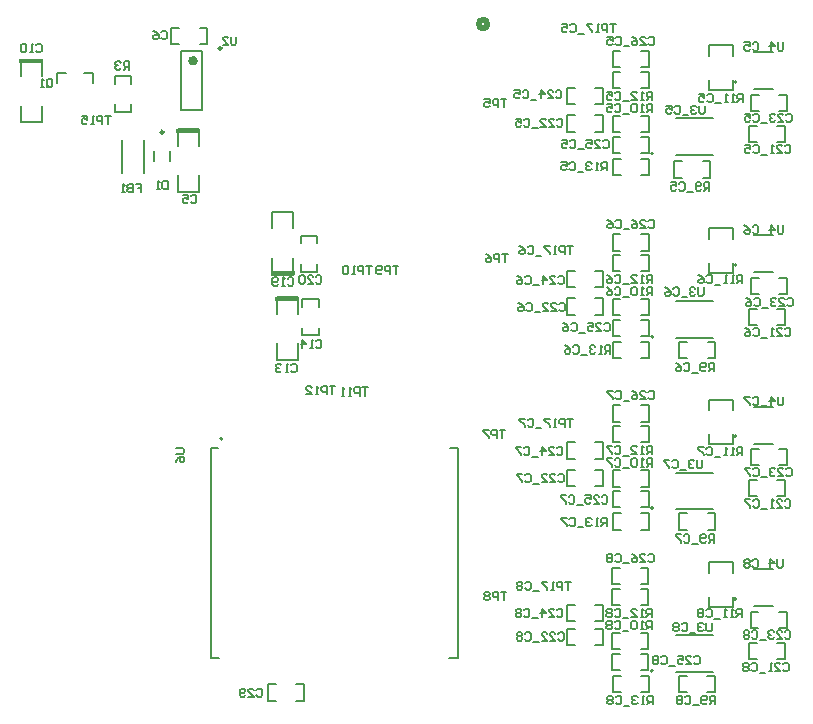
<source format=gbo>
G04*
G04 #@! TF.GenerationSoftware,Altium Limited,Altium Designer,24.8.2 (39)*
G04*
G04 Layer_Color=32896*
%FSLAX44Y44*%
%MOMM*%
G71*
G04*
G04 #@! TF.SameCoordinates,DE467F84-66AF-4C6A-BC95-973404F0CDF1*
G04*
G04*
G04 #@! TF.FilePolarity,Positive*
G04*
G01*
G75*
%ADD11C,0.5080*%
%ADD13C,0.1270*%
%ADD14C,0.2000*%
%ADD16C,0.2500*%
%ADD18C,0.1778*%
%ADD19C,0.1700*%
%ADD20R,2.0000X0.3000*%
%ADD95C,0.4000*%
D11*
X453410Y590050D02*
G03*
X453410Y590050I-3810J0D01*
G01*
D13*
X679040Y97139D02*
X695040D01*
X679040Y128439D02*
X695040D01*
X428775Y53100D02*
Y230900D01*
X219225Y53100D02*
Y230900D01*
Y53100D02*
X225900D01*
X226000Y53000D01*
X219225Y230900D02*
X224900D01*
X225000Y231000D01*
X422100Y230900D02*
X428775D01*
X422000Y231000D02*
X422100Y230900D01*
X421100Y53100D02*
X428775D01*
X421000Y53000D02*
X421100Y53100D01*
X613128Y72588D02*
X644128D01*
X613128Y41588D02*
X644128D01*
X613349Y210333D02*
X644349D01*
X613349Y179333D02*
X644349D01*
X613349Y355333D02*
X644349D01*
X613349Y324333D02*
X644349D01*
X613349Y510333D02*
X644349D01*
X613349Y479333D02*
X644349D01*
X679261Y379883D02*
X695262D01*
X679261Y411183D02*
X695262D01*
X679261Y566183D02*
X695262D01*
X679261Y534883D02*
X695262D01*
X679261Y234883D02*
X695262D01*
X679261Y266183D02*
X695262D01*
D14*
X664040Y103288D02*
G03*
X664040Y103288I-1000J0D01*
G01*
X229000Y239000D02*
G03*
X229000Y239000I-1000J0D01*
G01*
X593428Y42538D02*
G03*
X593428Y42538I-1000J0D01*
G01*
X593649Y180283D02*
G03*
X593649Y180283I-1000J0D01*
G01*
Y325283D02*
G03*
X593649Y325283I-1000J0D01*
G01*
Y480283D02*
G03*
X593649Y480283I-1000J0D01*
G01*
X664261Y386033D02*
G03*
X664261Y386033I-1000J0D01*
G01*
Y541033D02*
G03*
X664261Y541033I-1000J0D01*
G01*
Y241033D02*
G03*
X664261Y241033I-1000J0D01*
G01*
X275000Y358900D02*
X293000D01*
X275000Y344900D02*
Y358900D01*
X293000Y344900D02*
Y358900D01*
Y305900D02*
Y319900D01*
X275000Y305900D02*
Y319900D01*
Y305900D02*
X293000D01*
X271000Y431000D02*
X289000D01*
Y417000D02*
Y431000D01*
X271000Y417000D02*
Y431000D01*
Y378000D02*
Y392000D01*
X289000Y378000D02*
Y392000D01*
X271000Y378000D02*
X289000D01*
X194000Y517000D02*
X212000D01*
X194000Y567000D02*
X212000D01*
X194000Y517000D02*
Y567000D01*
X212000Y517000D02*
Y567000D01*
X89000Y540250D02*
Y549000D01*
X111750D02*
X119000D01*
X89000D02*
X96250D01*
X119000Y540250D02*
Y549000D01*
X162291Y463709D02*
Y492291D01*
X143709Y463709D02*
Y492291D01*
X184750Y473750D02*
Y482250D01*
X171250Y473750D02*
Y482250D01*
X191000Y501000D02*
X209000D01*
X191000Y487000D02*
Y501000D01*
X209000Y487000D02*
Y501000D01*
Y448000D02*
Y462000D01*
X191000Y448000D02*
Y462000D01*
Y448000D02*
X209000D01*
X58000Y560000D02*
X76000D01*
X58000Y546000D02*
Y560000D01*
X76000Y546000D02*
Y560000D01*
Y507000D02*
Y521000D01*
X58000Y507000D02*
Y521000D01*
Y507000D02*
X76000D01*
D16*
X228250Y569550D02*
G03*
X228250Y569550I-1250J0D01*
G01*
X179000Y498500D02*
G03*
X179000Y498500I-1250J0D01*
G01*
D18*
X583136Y480825D02*
X589735D01*
Y494659D01*
X583136D02*
X589735D01*
X559264D02*
X565864D01*
X559264Y480825D02*
Y494659D01*
Y480825D02*
X565864D01*
X544636Y367074D02*
X551236D01*
Y380909D01*
X544636D02*
X551236D01*
X520765D02*
X527364D01*
X520765Y367074D02*
Y380909D01*
Y367074D02*
X527364D01*
X559264Y412176D02*
X565864D01*
X559264Y398341D02*
Y412176D01*
Y398341D02*
X565864D01*
X583136D02*
X589735D01*
Y412176D01*
X583136D02*
X589735D01*
X291636Y17074D02*
X298235D01*
Y30909D01*
X291636D02*
X298235D01*
X267764D02*
X274364D01*
X267764Y17074D02*
Y30909D01*
Y17074D02*
X274364D01*
X698415Y66181D02*
X705014D01*
Y52347D02*
Y66181D01*
X698415Y52347D02*
X705014D01*
X674543D02*
X681143D01*
X674543D02*
Y66181D01*
X681143D01*
X520697Y64314D02*
X527296D01*
X520697D02*
Y78148D01*
X527296D01*
X544568D02*
X551168D01*
Y64314D02*
Y78148D01*
X544568Y64314D02*
X551168D01*
X676043Y78580D02*
X682643D01*
X676043D02*
Y92414D01*
X682643D01*
X699915D02*
X706514D01*
Y78580D02*
Y92414D01*
X699915Y78580D02*
X706514D01*
X520543Y84330D02*
X527143D01*
X520543D02*
Y98164D01*
X527143D01*
X544415D02*
X551014D01*
Y84330D02*
Y98164D01*
X544415Y84330D02*
X551014D01*
X559043Y43080D02*
X565643D01*
X559043D02*
Y56914D01*
X565643D01*
X582915D02*
X589514D01*
Y43080D02*
Y56914D01*
X582915Y43080D02*
X589514D01*
X582915Y129431D02*
X589514D01*
Y115597D02*
Y129431D01*
X582915Y115597D02*
X589514D01*
X559043D02*
X565643D01*
X559043D02*
Y129431D01*
X565643D01*
X615543Y24330D02*
X622142D01*
X615543D02*
Y38164D01*
X622142D01*
X639414D02*
X646014D01*
Y24330D02*
Y38164D01*
X639414Y24330D02*
X646014D01*
X559043Y60580D02*
X565643D01*
X559043D02*
Y74414D01*
X565643D01*
X582915D02*
X589514D01*
Y60580D02*
Y74414D01*
X582915Y60580D02*
X589514D01*
X661277Y96709D02*
Y105345D01*
X651117Y96709D02*
X661277D01*
X640957D02*
X651117D01*
X640957D02*
Y105345D01*
Y125666D02*
Y134302D01*
X651117D01*
X661277D01*
Y125666D02*
Y134302D01*
X583415Y38181D02*
X590014D01*
Y24347D02*
Y38181D01*
X583415Y24347D02*
X590014D01*
X559543D02*
X566143D01*
X559543D02*
Y38181D01*
X566143D01*
X559043Y98080D02*
X565643D01*
X559043D02*
Y111914D01*
X565643D01*
X582915D02*
X589514D01*
Y98080D02*
Y111914D01*
X582915Y98080D02*
X589514D01*
X559264Y267176D02*
X565864D01*
X559264Y253341D02*
Y267176D01*
Y253341D02*
X565864D01*
X583136D02*
X589735D01*
Y267176D01*
X583136D02*
X589735D01*
X611614Y460074D02*
X618213D01*
X611614D02*
Y473909D01*
X618213D01*
X635485D02*
X642085D01*
Y460074D02*
Y473909D01*
X635485Y460074D02*
X642085D01*
X544636Y222074D02*
X551236D01*
Y235909D01*
X544636D02*
X551236D01*
X520765D02*
X527364D01*
X520765Y222074D02*
Y235909D01*
Y222074D02*
X527364D01*
X544636Y199074D02*
X551236D01*
Y212909D01*
X544636D02*
X551236D01*
X520765D02*
X527364D01*
X520765Y199074D02*
Y212909D01*
Y199074D02*
X527364D01*
X520765Y522074D02*
X527364D01*
X520765D02*
Y535909D01*
X527364D01*
X544636D02*
X551236D01*
Y522074D02*
Y535909D01*
X544636Y522074D02*
X551236D01*
X520765Y499074D02*
X527364D01*
X520765D02*
Y512909D01*
X527364D01*
X544636D02*
X551236D01*
Y499074D02*
Y512909D01*
X544636Y499074D02*
X551236D01*
X674764Y203926D02*
X681364D01*
X674764Y190091D02*
Y203926D01*
Y190091D02*
X681364D01*
X698636D02*
X705236D01*
Y203926D01*
X698636D02*
X705236D01*
X700136Y216325D02*
X706736D01*
Y230159D01*
X700136D02*
X706736D01*
X676264D02*
X682864D01*
X676264Y216325D02*
Y230159D01*
Y216325D02*
X682864D01*
X583136Y567176D02*
X589735D01*
Y553341D02*
Y567176D01*
X583136Y553341D02*
X589735D01*
X559264D02*
X565864D01*
X559264D02*
Y567176D01*
X565864D01*
X676264Y516325D02*
X682864D01*
X676264D02*
Y530159D01*
X682864D01*
X700136D02*
X706736D01*
Y516325D02*
Y530159D01*
X700136Y516325D02*
X706736D01*
X698636Y503926D02*
X705236D01*
Y490091D02*
Y503926D01*
X698636Y490091D02*
X705236D01*
X674764D02*
X681364D01*
X674764D02*
Y503926D01*
X681364D01*
X583136Y180825D02*
X589735D01*
Y194659D01*
X583136D02*
X589735D01*
X559264D02*
X565864D01*
X559264Y180825D02*
Y194659D01*
Y180825D02*
X565864D01*
X661498Y263410D02*
Y272046D01*
X651338D02*
X661498D01*
X641178D02*
X651338D01*
X641178Y263410D02*
Y272046D01*
Y234454D02*
Y243090D01*
Y234454D02*
X651338D01*
X661498D01*
Y243090D01*
X639636Y162075D02*
X646236D01*
Y175909D01*
X639636D02*
X646236D01*
X615765D02*
X622364D01*
X615765Y162075D02*
Y175909D01*
Y162075D02*
X622364D01*
X559264Y535825D02*
X565864D01*
X559264D02*
Y549659D01*
X565864D01*
X583136D02*
X589735D01*
Y535825D02*
Y549659D01*
X583136Y535825D02*
X589735D01*
X661498Y534454D02*
Y543090D01*
X651338Y534454D02*
X661498D01*
X641178D02*
X651338D01*
X641178D02*
Y543090D01*
Y563410D02*
Y572046D01*
X651338D01*
X661498D01*
Y563410D02*
Y572046D01*
X583136Y235825D02*
X589735D01*
Y249659D01*
X583136D02*
X589735D01*
X559264D02*
X565864D01*
X559264Y235825D02*
Y249659D01*
Y235825D02*
X565864D01*
X559765Y175926D02*
X566364D01*
X559765Y162091D02*
Y175926D01*
Y162091D02*
X566364D01*
X583636D02*
X590235D01*
Y175926D01*
X583636D02*
X590235D01*
X583136Y198325D02*
X589735D01*
Y212159D01*
X583136D02*
X589735D01*
X559264D02*
X565864D01*
X559264Y198325D02*
Y212159D01*
Y198325D02*
X565864D01*
X559264Y325825D02*
X565864D01*
X559264D02*
Y339659D01*
X565864D01*
X583136D02*
X589735D01*
Y325825D02*
Y339659D01*
X583136Y325825D02*
X589735D01*
X559264Y343325D02*
X565864D01*
X559264D02*
Y357159D01*
X565864D01*
X583136D02*
X589735D01*
Y343325D02*
Y357159D01*
X583136Y343325D02*
X589735D01*
X583636Y320926D02*
X590235D01*
Y307091D02*
Y320926D01*
X583636Y307091D02*
X590235D01*
X559765D02*
X566364D01*
X559765D02*
Y320926D01*
X566364D01*
X520765Y344075D02*
X527364D01*
X520765D02*
Y357909D01*
X527364D01*
X544636D02*
X551236D01*
Y344075D02*
Y357909D01*
X544636Y344075D02*
X551236D01*
X559264Y380825D02*
X565864D01*
X559264D02*
Y394659D01*
X565864D01*
X583136D02*
X589735D01*
Y380825D02*
Y394659D01*
X583136Y380825D02*
X589735D01*
X583636Y475926D02*
X590235D01*
Y462091D02*
Y475926D01*
X583636Y462091D02*
X590235D01*
X559765D02*
X566364D01*
X559765D02*
Y475926D01*
X566364D01*
X559264Y498325D02*
X565864D01*
X559264D02*
Y512159D01*
X565864D01*
X583136D02*
X589735D01*
Y498325D02*
Y512159D01*
X583136Y498325D02*
X589735D01*
X661498Y408410D02*
Y417046D01*
X651338D02*
X661498D01*
X641178D02*
X651338D01*
X641178Y408410D02*
Y417046D01*
Y379454D02*
Y388090D01*
Y379454D02*
X651338D01*
X661498D01*
Y388090D01*
X615765Y307075D02*
X622364D01*
X615765D02*
Y320909D01*
X622364D01*
X639636D02*
X646236D01*
Y307075D02*
Y320909D01*
X639636Y307075D02*
X646236D01*
X698636Y348926D02*
X705236D01*
Y335091D02*
Y348926D01*
X698636Y335091D02*
X705236D01*
X674764D02*
X681364D01*
X674764D02*
Y348926D01*
X681364D01*
X676264Y361325D02*
X682864D01*
X676264D02*
Y375159D01*
X682864D01*
X700136D02*
X706736D01*
Y361325D02*
Y375159D01*
X700136Y361325D02*
X706736D01*
X295074Y404436D02*
Y411035D01*
X308909D01*
Y404436D02*
Y411035D01*
Y380564D02*
Y387164D01*
X295074Y380564D02*
X308909D01*
X295074D02*
Y387164D01*
X310341Y326544D02*
Y333143D01*
X296507Y326544D02*
X310341D01*
X296507D02*
Y333143D01*
Y350415D02*
Y357015D01*
X310341D01*
Y350415D02*
Y357015D01*
X209636Y586926D02*
X216236D01*
Y573091D02*
Y586926D01*
X209636Y573091D02*
X216236D01*
X185765D02*
X192364D01*
X185765D02*
Y586926D01*
X192364D01*
X151926Y539636D02*
Y546236D01*
X138091D02*
X151926D01*
X138091Y539636D02*
Y546236D01*
Y515765D02*
Y522364D01*
Y515765D02*
X151926D01*
Y522364D01*
D19*
X80000Y537667D02*
Y542333D01*
X81166Y543499D01*
X83499D01*
X84665Y542333D01*
Y537667D01*
X83499Y536501D01*
X81166D01*
X82333Y538834D02*
X80000Y536501D01*
X81166D02*
X80000Y537667D01*
X77667Y536501D02*
X75335D01*
X76501D01*
Y543499D01*
X77667Y542333D01*
X240832Y579499D02*
Y573667D01*
X239665Y572501D01*
X237333D01*
X236166Y573667D01*
Y579499D01*
X229169Y572501D02*
X233834D01*
X229169Y577166D01*
Y578333D01*
X230335Y579499D01*
X232667D01*
X233834Y578333D01*
X257665Y26333D02*
X258832Y27499D01*
X261164D01*
X262330Y26333D01*
Y21667D01*
X261164Y20501D01*
X258832D01*
X257665Y21667D01*
X250667Y20501D02*
X255333D01*
X250667Y25166D01*
Y26333D01*
X251834Y27499D01*
X254166D01*
X255333Y26333D01*
X248335Y21667D02*
X247169Y20501D01*
X244836D01*
X243670Y21667D01*
Y26333D01*
X244836Y27499D01*
X247169D01*
X248335Y26333D01*
Y25166D01*
X247169Y24000D01*
X243670D01*
X705079Y331539D02*
X706245Y332706D01*
X708577D01*
X709744Y331539D01*
Y326874D01*
X708577Y325708D01*
X706245D01*
X705079Y326874D01*
X698081Y325708D02*
X702746D01*
X698081Y330373D01*
Y331539D01*
X699247Y332706D01*
X701580D01*
X702746Y331539D01*
X695748Y325708D02*
X693416D01*
X694582D01*
Y332706D01*
X695748Y331539D01*
X689917Y324542D02*
X685252D01*
X678254Y331539D02*
X679420Y332706D01*
X681753D01*
X682919Y331539D01*
Y326874D01*
X681753Y325708D01*
X679420D01*
X678254Y326874D01*
X671256Y332706D02*
X673589Y331539D01*
X675921Y329207D01*
Y326874D01*
X674755Y325708D01*
X672422D01*
X671256Y326874D01*
Y328041D01*
X672422Y329207D01*
X675921D01*
X514162Y352916D02*
X515328Y354082D01*
X517661D01*
X518827Y352916D01*
Y348251D01*
X517661Y347084D01*
X515328D01*
X514162Y348251D01*
X507164Y347084D02*
X511829D01*
X507164Y351749D01*
Y352916D01*
X508330Y354082D01*
X510663D01*
X511829Y352916D01*
X500166Y347084D02*
X504832D01*
X500166Y351749D01*
Y352916D01*
X501333Y354082D01*
X503665D01*
X504832Y352916D01*
X497834Y345918D02*
X493168D01*
X486171Y352916D02*
X487337Y354082D01*
X489670D01*
X490836Y352916D01*
Y348251D01*
X489670Y347084D01*
X487337D01*
X486171Y348251D01*
X479173Y354082D02*
X481506Y352916D01*
X483838Y350583D01*
Y348251D01*
X482672Y347084D01*
X480339D01*
X479173Y348251D01*
Y349417D01*
X480339Y350583D01*
X483838D01*
X707162Y356916D02*
X708328Y358082D01*
X710661D01*
X711827Y356916D01*
Y352251D01*
X710661Y351084D01*
X708328D01*
X707162Y352251D01*
X700164Y351084D02*
X704829D01*
X700164Y355750D01*
Y356916D01*
X701330Y358082D01*
X703663D01*
X704829Y356916D01*
X697831D02*
X696665Y358082D01*
X694333D01*
X693166Y356916D01*
Y355750D01*
X694333Y354583D01*
X695499D01*
X694333D01*
X693166Y353417D01*
Y352251D01*
X694333Y351084D01*
X696665D01*
X697831Y352251D01*
X690834Y349918D02*
X686169D01*
X679171Y356916D02*
X680337Y358082D01*
X682670D01*
X683836Y356916D01*
Y352251D01*
X682670Y351084D01*
X680337D01*
X679171Y352251D01*
X672173Y358082D02*
X674506Y356916D01*
X676838Y354583D01*
Y352251D01*
X675672Y351084D01*
X673339D01*
X672173Y352251D01*
Y353417D01*
X673339Y354583D01*
X676838D01*
X513162Y375916D02*
X514328Y377082D01*
X516661D01*
X517827Y375916D01*
Y371251D01*
X516661Y370084D01*
X514328D01*
X513162Y371251D01*
X506164Y370084D02*
X510829D01*
X506164Y374749D01*
Y375916D01*
X507330Y377082D01*
X509663D01*
X510829Y375916D01*
X500333Y370084D02*
Y377082D01*
X503831Y373583D01*
X499166D01*
X496834Y368918D02*
X492169D01*
X485171Y375916D02*
X486337Y377082D01*
X488670D01*
X489836Y375916D01*
Y371251D01*
X488670Y370084D01*
X486337D01*
X485171Y371251D01*
X478173Y377082D02*
X480506Y375916D01*
X482838Y373583D01*
Y371251D01*
X481672Y370084D01*
X479339D01*
X478173Y371251D01*
Y372417D01*
X479339Y373583D01*
X482838D01*
X552162Y335916D02*
X553328Y337082D01*
X555661D01*
X556827Y335916D01*
Y331251D01*
X555661Y330084D01*
X553328D01*
X552162Y331251D01*
X545164Y330084D02*
X549829D01*
X545164Y334749D01*
Y335916D01*
X546330Y337082D01*
X548663D01*
X549829Y335916D01*
X538166Y337082D02*
X542831D01*
Y333583D01*
X540499Y334749D01*
X539333D01*
X538166Y333583D01*
Y331251D01*
X539333Y330084D01*
X541665D01*
X542831Y331251D01*
X535834Y328918D02*
X531169D01*
X524171Y335916D02*
X525337Y337082D01*
X527670D01*
X528836Y335916D01*
Y331251D01*
X527670Y330084D01*
X525337D01*
X524171Y331251D01*
X517173Y337082D02*
X519506Y335916D01*
X521838Y333583D01*
Y331251D01*
X520672Y330084D01*
X518339D01*
X517173Y331251D01*
Y332417D01*
X518339Y333583D01*
X521838D01*
X589662Y423166D02*
X590828Y424332D01*
X593161D01*
X594327Y423166D01*
Y418501D01*
X593161Y417334D01*
X590828D01*
X589662Y418501D01*
X582664Y417334D02*
X587329D01*
X582664Y422000D01*
Y423166D01*
X583830Y424332D01*
X586163D01*
X587329Y423166D01*
X575666Y424332D02*
X577999Y423166D01*
X580331Y420833D01*
Y418501D01*
X579165Y417334D01*
X576833D01*
X575666Y418501D01*
Y419667D01*
X576833Y420833D01*
X580331D01*
X573334Y416168D02*
X568669D01*
X561671Y423166D02*
X562837Y424332D01*
X565170D01*
X566336Y423166D01*
Y418501D01*
X565170Y417334D01*
X562837D01*
X561671Y418501D01*
X554673Y424332D02*
X557006Y423166D01*
X559338Y420833D01*
Y418501D01*
X558172Y417334D01*
X555839D01*
X554673Y418501D01*
Y419667D01*
X555839Y420833D01*
X559338D01*
X645328Y296084D02*
Y303082D01*
X641829D01*
X640663Y301916D01*
Y299583D01*
X641829Y298417D01*
X645328D01*
X642996D02*
X640663Y296084D01*
X638330Y297251D02*
X637164Y296084D01*
X634831D01*
X633665Y297251D01*
Y301916D01*
X634831Y303082D01*
X637164D01*
X638330Y301916D01*
Y300749D01*
X637164Y299583D01*
X633665D01*
X631333Y294918D02*
X626667D01*
X619670Y301916D02*
X620836Y303082D01*
X623168D01*
X624335Y301916D01*
Y297251D01*
X623168Y296084D01*
X620836D01*
X619670Y297251D01*
X612672Y303082D02*
X615005Y301916D01*
X617337Y299583D01*
Y297251D01*
X616171Y296084D01*
X613838D01*
X612672Y297251D01*
Y298417D01*
X613838Y299583D01*
X617337D01*
X592744Y360334D02*
Y367332D01*
X589245D01*
X588079Y366166D01*
Y363833D01*
X589245Y362667D01*
X592744D01*
X590411D02*
X588079Y360334D01*
X585746D02*
X583414D01*
X584580D01*
Y367332D01*
X585746Y366166D01*
X579915D02*
X578748Y367332D01*
X576416D01*
X575249Y366166D01*
Y361501D01*
X576416Y360334D01*
X578748D01*
X579915Y361501D01*
Y366166D01*
X572917Y359168D02*
X568252D01*
X561254Y366166D02*
X562420Y367332D01*
X564753D01*
X565919Y366166D01*
Y361501D01*
X564753Y360334D01*
X562420D01*
X561254Y361501D01*
X554256Y367332D02*
X556589Y366166D01*
X558921Y363833D01*
Y361501D01*
X557755Y360334D01*
X555423D01*
X554256Y361501D01*
Y362667D01*
X555423Y363833D01*
X558921D01*
X669019Y370579D02*
Y377577D01*
X665520D01*
X664354Y376410D01*
Y374078D01*
X665520Y372911D01*
X669019D01*
X666686D02*
X664354Y370579D01*
X662021D02*
X659688D01*
X660855D01*
Y377577D01*
X662021Y376410D01*
X656190Y370579D02*
X653857D01*
X655023D01*
Y377577D01*
X656190Y376410D01*
X650358Y369413D02*
X645693D01*
X638695Y376410D02*
X639861Y377577D01*
X642194D01*
X643360Y376410D01*
Y371745D01*
X642194Y370579D01*
X639861D01*
X638695Y371745D01*
X631698Y377577D02*
X634030Y376410D01*
X636363Y374078D01*
Y371745D01*
X635196Y370579D01*
X632864D01*
X631698Y371745D01*
Y372911D01*
X632864Y374078D01*
X636363D01*
X592744Y370834D02*
Y377832D01*
X589245D01*
X588079Y376666D01*
Y374333D01*
X589245Y373167D01*
X592744D01*
X590411D02*
X588079Y370834D01*
X585746D02*
X583414D01*
X584580D01*
Y377832D01*
X585746Y376666D01*
X575249Y370834D02*
X579915D01*
X575249Y375499D01*
Y376666D01*
X576416Y377832D01*
X578748D01*
X579915Y376666D01*
X572917Y369668D02*
X568252D01*
X561254Y376666D02*
X562420Y377832D01*
X564753D01*
X565919Y376666D01*
Y372001D01*
X564753Y370834D01*
X562420D01*
X561254Y372001D01*
X554256Y377832D02*
X556589Y376666D01*
X558921Y374333D01*
Y372001D01*
X557755Y370834D01*
X555423D01*
X554256Y372001D01*
Y373167D01*
X555423Y374333D01*
X558921D01*
X557244Y311084D02*
Y318082D01*
X553745D01*
X552579Y316916D01*
Y314583D01*
X553745Y313417D01*
X557244D01*
X554911D02*
X552579Y311084D01*
X550246D02*
X547914D01*
X549080D01*
Y318082D01*
X550246Y316916D01*
X544415D02*
X543248Y318082D01*
X540916D01*
X539749Y316916D01*
Y315749D01*
X540916Y314583D01*
X542082D01*
X540916D01*
X539749Y313417D01*
Y312251D01*
X540916Y311084D01*
X543248D01*
X544415Y312251D01*
X537417Y309918D02*
X532752D01*
X525754Y316916D02*
X526920Y318082D01*
X529253D01*
X530419Y316916D01*
Y312251D01*
X529253Y311084D01*
X526920D01*
X525754Y312251D01*
X518756Y318082D02*
X521089Y316916D01*
X523421Y314583D01*
Y312251D01*
X522255Y311084D01*
X519922D01*
X518756Y312251D01*
Y313417D01*
X519922Y314583D01*
X523421D01*
X525743Y402082D02*
X521077D01*
X523410D01*
Y395084D01*
X518745D02*
Y402082D01*
X515246D01*
X514080Y400916D01*
Y398583D01*
X515246Y397417D01*
X518745D01*
X511747Y395084D02*
X509415D01*
X510581D01*
Y402082D01*
X511747Y400916D01*
X505916Y402082D02*
X501251D01*
Y400916D01*
X505916Y396251D01*
Y395084D01*
X498918Y393918D02*
X494253D01*
X487255Y400916D02*
X488421Y402082D01*
X490754D01*
X491920Y400916D01*
Y396251D01*
X490754Y395084D01*
X488421D01*
X487255Y396251D01*
X480257Y402082D02*
X482590Y400916D01*
X484922Y398583D01*
Y396251D01*
X483756Y395084D01*
X481424D01*
X480257Y396251D01*
Y397417D01*
X481424Y398583D01*
X484922D01*
X636328Y367082D02*
Y361251D01*
X635162Y360084D01*
X632829D01*
X631663Y361251D01*
Y367082D01*
X629330Y365916D02*
X628164Y367082D01*
X625831D01*
X624665Y365916D01*
Y364749D01*
X625831Y363583D01*
X626998D01*
X625831D01*
X624665Y362417D01*
Y361251D01*
X625831Y360084D01*
X628164D01*
X629330Y361251D01*
X622333Y358918D02*
X617667D01*
X610670Y365916D02*
X611836Y367082D01*
X614169D01*
X615335Y365916D01*
Y361251D01*
X614169Y360084D01*
X611836D01*
X610670Y361251D01*
X603672Y367082D02*
X606004Y365916D01*
X608337Y363583D01*
Y361251D01*
X607171Y360084D01*
X604838D01*
X603672Y361251D01*
Y362417D01*
X604838Y363583D01*
X608337D01*
X703590Y419615D02*
Y413784D01*
X702423Y412617D01*
X700091D01*
X698924Y413784D01*
Y419615D01*
X693093Y412617D02*
Y419615D01*
X696592Y416116D01*
X691927D01*
X689594Y411451D02*
X684929D01*
X677931Y418449D02*
X679098Y419615D01*
X681430D01*
X682596Y418449D01*
Y413784D01*
X681430Y412617D01*
X679098D01*
X677931Y413784D01*
X670934Y419615D02*
X673266Y418449D01*
X675599Y416116D01*
Y413784D01*
X674432Y412617D01*
X672100D01*
X670934Y413784D01*
Y414950D01*
X672100Y416116D01*
X675599D01*
X189501Y230832D02*
X195333D01*
X196499Y229665D01*
Y227333D01*
X195333Y226166D01*
X189501D01*
Y219169D02*
X190667Y221501D01*
X193000Y223834D01*
X195333D01*
X196499Y222667D01*
Y220335D01*
X195333Y219169D01*
X194166D01*
X193000Y220335D01*
Y223834D01*
X703368Y136870D02*
Y131039D01*
X702202Y129873D01*
X699869D01*
X698703Y131039D01*
Y136870D01*
X692872Y129873D02*
Y136870D01*
X696370Y133372D01*
X691705D01*
X689373Y128706D02*
X684707D01*
X677710Y135704D02*
X678876Y136870D01*
X681209D01*
X682375Y135704D01*
Y131039D01*
X681209Y129873D01*
X678876D01*
X677710Y131039D01*
X675377Y135704D02*
X674211Y136870D01*
X671878D01*
X670712Y135704D01*
Y134538D01*
X671878Y133372D01*
X670712Y132205D01*
Y131039D01*
X671878Y129873D01*
X674211D01*
X675377Y131039D01*
Y132205D01*
X674211Y133372D01*
X675377Y134538D01*
Y135704D01*
X674211Y133372D02*
X671878D01*
X703590Y274615D02*
Y268784D01*
X702423Y267617D01*
X700091D01*
X698924Y268784D01*
Y274615D01*
X693093Y267617D02*
Y274615D01*
X696592Y271116D01*
X691927D01*
X689594Y266451D02*
X684929D01*
X677931Y273449D02*
X679098Y274615D01*
X681430D01*
X682596Y273449D01*
Y268784D01*
X681430Y267617D01*
X679098D01*
X677931Y268784D01*
X675599Y274615D02*
X670934D01*
Y273449D01*
X675599Y268784D01*
Y267617D01*
X703590Y574615D02*
Y568784D01*
X702423Y567617D01*
X700091D01*
X698924Y568784D01*
Y574615D01*
X693093Y567617D02*
Y574615D01*
X696592Y571116D01*
X691927D01*
X689594Y566451D02*
X684929D01*
X677931Y573449D02*
X679098Y574615D01*
X681430D01*
X682596Y573449D01*
Y568784D01*
X681430Y567617D01*
X679098D01*
X677931Y568784D01*
X670934Y574615D02*
X675599D01*
Y571116D01*
X673266Y572282D01*
X672100D01*
X670934Y571116D01*
Y568784D01*
X672100Y567617D01*
X674432D01*
X675599Y568784D01*
X643328Y83082D02*
Y77251D01*
X642162Y76084D01*
X639829D01*
X638663Y77251D01*
Y83082D01*
X636330Y81916D02*
X635164Y83082D01*
X632831D01*
X631665Y81916D01*
Y80749D01*
X632831Y79583D01*
X633998D01*
X632831D01*
X631665Y78417D01*
Y77251D01*
X632831Y76084D01*
X635164D01*
X636330Y77251D01*
X629333Y74918D02*
X624667D01*
X617670Y81916D02*
X618836Y83082D01*
X621169D01*
X622335Y81916D01*
Y77251D01*
X621169Y76084D01*
X618836D01*
X617670Y77251D01*
X615337Y81916D02*
X614171Y83082D01*
X611838D01*
X610672Y81916D01*
Y80749D01*
X611838Y79583D01*
X610672Y78417D01*
Y77251D01*
X611838Y76084D01*
X614171D01*
X615337Y77251D01*
Y78417D01*
X614171Y79583D01*
X615337Y80749D01*
Y81916D01*
X614171Y79583D02*
X611838D01*
X635328Y221082D02*
Y215251D01*
X634162Y214084D01*
X631829D01*
X630663Y215251D01*
Y221082D01*
X628330Y219916D02*
X627164Y221082D01*
X624832D01*
X623665Y219916D01*
Y218749D01*
X624832Y217583D01*
X625998D01*
X624832D01*
X623665Y216417D01*
Y215251D01*
X624832Y214084D01*
X627164D01*
X628330Y215251D01*
X621333Y212918D02*
X616667D01*
X609670Y219916D02*
X610836Y221082D01*
X613168D01*
X614335Y219916D01*
Y215251D01*
X613168Y214084D01*
X610836D01*
X609670Y215251D01*
X607337Y221082D02*
X602672D01*
Y219916D01*
X607337Y215251D01*
Y214084D01*
X637328Y521082D02*
Y515251D01*
X636162Y514084D01*
X633829D01*
X632663Y515251D01*
Y521082D01*
X630330Y519916D02*
X629164Y521082D01*
X626832D01*
X625665Y519916D01*
Y518750D01*
X626832Y517583D01*
X627998D01*
X626832D01*
X625665Y516417D01*
Y515251D01*
X626832Y514084D01*
X629164D01*
X630330Y515251D01*
X623333Y512918D02*
X618667D01*
X611670Y519916D02*
X612836Y521082D01*
X615168D01*
X616335Y519916D01*
Y515251D01*
X615168Y514084D01*
X612836D01*
X611670Y515251D01*
X604672Y521082D02*
X609337D01*
Y517583D01*
X607005Y518750D01*
X605838D01*
X604672Y517583D01*
Y515251D01*
X605838Y514084D01*
X608171D01*
X609337Y515251D01*
X469330Y526499D02*
X464665D01*
X466998D01*
Y519501D01*
X462333D02*
Y526499D01*
X458834D01*
X457667Y525333D01*
Y523000D01*
X458834Y521834D01*
X462333D01*
X450670Y526499D02*
X455335D01*
Y523000D01*
X453002Y524166D01*
X451836D01*
X450670Y523000D01*
Y520667D01*
X451836Y519501D01*
X454169D01*
X455335Y520667D01*
X468330Y246499D02*
X463665D01*
X465998D01*
Y239501D01*
X461333D02*
Y246499D01*
X457834D01*
X456667Y245333D01*
Y243000D01*
X457834Y241834D01*
X461333D01*
X454335Y246499D02*
X449670D01*
Y245333D01*
X454335Y240667D01*
Y239501D01*
X469330Y109499D02*
X464665D01*
X466998D01*
Y102501D01*
X462333D02*
Y109499D01*
X458834D01*
X457667Y108333D01*
Y106000D01*
X458834Y104834D01*
X462333D01*
X455335Y108333D02*
X454169Y109499D01*
X451836D01*
X450670Y108333D01*
Y107166D01*
X451836Y106000D01*
X450670Y104834D01*
Y103667D01*
X451836Y102501D01*
X454169D01*
X455335Y103667D01*
Y104834D01*
X454169Y106000D01*
X455335Y107166D01*
Y108333D01*
X454169Y106000D02*
X451836D01*
X470330Y395499D02*
X465665D01*
X467998D01*
Y388501D01*
X463333D02*
Y395499D01*
X459834D01*
X458667Y394333D01*
Y392000D01*
X459834Y390834D01*
X463333D01*
X451670Y395499D02*
X454002Y394333D01*
X456335Y392000D01*
Y389667D01*
X455168Y388501D01*
X452836D01*
X451670Y389667D01*
Y390834D01*
X452836Y392000D01*
X456335D01*
X523743Y118082D02*
X519077D01*
X521410D01*
Y111084D01*
X516745D02*
Y118082D01*
X513246D01*
X512080Y116916D01*
Y114583D01*
X513246Y113417D01*
X516745D01*
X509747Y111084D02*
X507415D01*
X508581D01*
Y118082D01*
X509747Y116916D01*
X503916Y118082D02*
X499250D01*
Y116916D01*
X503916Y112251D01*
Y111084D01*
X496918Y109918D02*
X492253D01*
X485255Y116916D02*
X486421Y118082D01*
X488754D01*
X489920Y116916D01*
Y112251D01*
X488754Y111084D01*
X486421D01*
X485255Y112251D01*
X482923Y116916D02*
X481756Y118082D01*
X479424D01*
X478257Y116916D01*
Y115750D01*
X479424Y114583D01*
X478257Y113417D01*
Y112251D01*
X479424Y111084D01*
X481756D01*
X482923Y112251D01*
Y113417D01*
X481756Y114583D01*
X482923Y115750D01*
Y116916D01*
X481756Y114583D02*
X479424D01*
X525743Y256082D02*
X521077D01*
X523410D01*
Y249084D01*
X518745D02*
Y256082D01*
X515246D01*
X514080Y254916D01*
Y252583D01*
X515246Y251417D01*
X518745D01*
X511747Y249084D02*
X509415D01*
X510581D01*
Y256082D01*
X511747Y254916D01*
X505916Y256082D02*
X501251D01*
Y254916D01*
X505916Y250251D01*
Y249084D01*
X498918Y247918D02*
X494253D01*
X487255Y254916D02*
X488421Y256082D01*
X490754D01*
X491920Y254916D01*
Y250251D01*
X490754Y249084D01*
X488421D01*
X487255Y250251D01*
X484922Y256082D02*
X480257D01*
Y254916D01*
X484922Y250251D01*
Y249084D01*
X561743Y590082D02*
X557077D01*
X559410D01*
Y583084D01*
X554745D02*
Y590082D01*
X551246D01*
X550080Y588916D01*
Y586583D01*
X551246Y585417D01*
X554745D01*
X547747Y583084D02*
X545415D01*
X546581D01*
Y590082D01*
X547747Y588916D01*
X541916Y590082D02*
X537251D01*
Y588916D01*
X541916Y584251D01*
Y583084D01*
X534918Y581918D02*
X530253D01*
X523255Y588916D02*
X524421Y590082D01*
X526754D01*
X527920Y588916D01*
Y584251D01*
X526754Y583084D01*
X524421D01*
X523255Y584251D01*
X516257Y590082D02*
X520923D01*
Y586583D01*
X518590Y587749D01*
X517424D01*
X516257Y586583D01*
Y584251D01*
X517424Y583084D01*
X519756D01*
X520923Y584251D01*
X134246Y512499D02*
X129581D01*
X131913D01*
Y505501D01*
X127248D02*
Y512499D01*
X123749D01*
X122583Y511333D01*
Y509000D01*
X123749Y507834D01*
X127248D01*
X120251Y505501D02*
X117918D01*
X119084D01*
Y512499D01*
X120251Y511333D01*
X109754Y512499D02*
X114419D01*
Y509000D01*
X112086Y510166D01*
X110920D01*
X109754Y509000D01*
Y506667D01*
X110920Y505501D01*
X113253D01*
X114419Y506667D01*
X324246Y283499D02*
X319581D01*
X321913D01*
Y276501D01*
X317248D02*
Y283499D01*
X313749D01*
X312583Y282333D01*
Y280000D01*
X313749Y278834D01*
X317248D01*
X310251Y276501D02*
X307918D01*
X309084D01*
Y283499D01*
X310251Y282333D01*
X299754Y276501D02*
X304419D01*
X299754Y281166D01*
Y282333D01*
X300920Y283499D01*
X303253D01*
X304419Y282333D01*
X352080Y282499D02*
X347415D01*
X349747D01*
Y275501D01*
X345082D02*
Y282499D01*
X341583D01*
X340417Y281333D01*
Y279000D01*
X341583Y277834D01*
X345082D01*
X338084Y275501D02*
X335752D01*
X336918D01*
Y282499D01*
X338084Y281333D01*
X332253Y275501D02*
X329920D01*
X331087D01*
Y282499D01*
X332253Y281333D01*
X355246Y385499D02*
X350581D01*
X352914D01*
Y378501D01*
X348248D02*
Y385499D01*
X344749D01*
X343583Y384333D01*
Y382000D01*
X344749Y380834D01*
X348248D01*
X341250Y378501D02*
X338918D01*
X340084D01*
Y385499D01*
X341250Y384333D01*
X335419D02*
X334253Y385499D01*
X331920D01*
X330754Y384333D01*
Y379667D01*
X331920Y378501D01*
X334253D01*
X335419Y379667D01*
Y384333D01*
X377960Y385266D02*
X373294D01*
X375627D01*
Y378268D01*
X370962D02*
Y385266D01*
X367463D01*
X366297Y384100D01*
Y381767D01*
X367463Y380601D01*
X370962D01*
X363964Y379435D02*
X362798Y378268D01*
X360465D01*
X359299Y379435D01*
Y384100D01*
X360465Y385266D01*
X362798D01*
X363964Y384100D01*
Y382934D01*
X362798Y381767D01*
X359299D01*
X593244Y14084D02*
Y21082D01*
X589745D01*
X588579Y19916D01*
Y17583D01*
X589745Y16417D01*
X593244D01*
X590911D02*
X588579Y14084D01*
X586246D02*
X583913D01*
X585080D01*
Y21082D01*
X586246Y19916D01*
X580415D02*
X579248Y21082D01*
X576916D01*
X575749Y19916D01*
Y18749D01*
X576916Y17583D01*
X578082D01*
X576916D01*
X575749Y16417D01*
Y15251D01*
X576916Y14084D01*
X579248D01*
X580415Y15251D01*
X573417Y12918D02*
X568752D01*
X561754Y19916D02*
X562920Y21082D01*
X565253D01*
X566419Y19916D01*
Y15251D01*
X565253Y14084D01*
X562920D01*
X561754Y15251D01*
X559421Y19916D02*
X558255Y21082D01*
X555923D01*
X554756Y19916D01*
Y18749D01*
X555923Y17583D01*
X554756Y16417D01*
Y15251D01*
X555923Y14084D01*
X558255D01*
X559421Y15251D01*
Y16417D01*
X558255Y17583D01*
X559421Y18749D01*
Y19916D01*
X558255Y17583D02*
X555923D01*
X554244Y165084D02*
Y172082D01*
X550745D01*
X549579Y170916D01*
Y168583D01*
X550745Y167417D01*
X554244D01*
X551911D02*
X549579Y165084D01*
X547246D02*
X544913D01*
X546080D01*
Y172082D01*
X547246Y170916D01*
X541415D02*
X540248Y172082D01*
X537916D01*
X536749Y170916D01*
Y169749D01*
X537916Y168583D01*
X539082D01*
X537916D01*
X536749Y167417D01*
Y166251D01*
X537916Y165084D01*
X540248D01*
X541415Y166251D01*
X534417Y163918D02*
X529752D01*
X522754Y170916D02*
X523920Y172082D01*
X526253D01*
X527419Y170916D01*
Y166251D01*
X526253Y165084D01*
X523920D01*
X522754Y166251D01*
X520421Y172082D02*
X515756D01*
Y170916D01*
X520421Y166251D01*
Y165084D01*
X554244Y466084D02*
Y473082D01*
X550745D01*
X549579Y471916D01*
Y469583D01*
X550745Y468417D01*
X554244D01*
X551911D02*
X549579Y466084D01*
X547246D02*
X544913D01*
X546080D01*
Y473082D01*
X547246Y471916D01*
X541415D02*
X540248Y473082D01*
X537916D01*
X536749Y471916D01*
Y470750D01*
X537916Y469583D01*
X539082D01*
X537916D01*
X536749Y468417D01*
Y467251D01*
X537916Y466084D01*
X540248D01*
X541415Y467251D01*
X534417Y464918D02*
X529752D01*
X522754Y471916D02*
X523920Y473082D01*
X526253D01*
X527419Y471916D01*
Y467251D01*
X526253Y466084D01*
X523920D01*
X522754Y467251D01*
X515756Y473082D02*
X520421D01*
Y469583D01*
X518089Y470750D01*
X516922D01*
X515756Y469583D01*
Y467251D01*
X516922Y466084D01*
X519255D01*
X520421Y467251D01*
X592522Y88090D02*
Y95087D01*
X589024D01*
X587857Y93921D01*
Y91589D01*
X589024Y90422D01*
X592522D01*
X590190D02*
X587857Y88090D01*
X585525D02*
X583192D01*
X584358D01*
Y95087D01*
X585525Y93921D01*
X575028Y88090D02*
X579693D01*
X575028Y92755D01*
Y93921D01*
X576194Y95087D01*
X578527D01*
X579693Y93921D01*
X572695Y86924D02*
X568030D01*
X561032Y93921D02*
X562199Y95087D01*
X564531D01*
X565698Y93921D01*
Y89256D01*
X564531Y88090D01*
X562199D01*
X561032Y89256D01*
X558700Y93921D02*
X557534Y95087D01*
X555201D01*
X554035Y93921D01*
Y92755D01*
X555201Y91589D01*
X554035Y90422D01*
Y89256D01*
X555201Y88090D01*
X557534D01*
X558700Y89256D01*
Y90422D01*
X557534Y91589D01*
X558700Y92755D01*
Y93921D01*
X557534Y91589D02*
X555201D01*
X592744Y225834D02*
Y232832D01*
X589245D01*
X588079Y231666D01*
Y229333D01*
X589245Y228167D01*
X592744D01*
X590411D02*
X588079Y225834D01*
X585746D02*
X583414D01*
X584580D01*
Y232832D01*
X585746Y231666D01*
X575249Y225834D02*
X579915D01*
X575249Y230499D01*
Y231666D01*
X576416Y232832D01*
X578748D01*
X579915Y231666D01*
X572917Y224668D02*
X568252D01*
X561254Y231666D02*
X562420Y232832D01*
X564753D01*
X565919Y231666D01*
Y227001D01*
X564753Y225834D01*
X562420D01*
X561254Y227001D01*
X558921Y232832D02*
X554256D01*
Y231666D01*
X558921Y227001D01*
Y225834D01*
X592744Y525834D02*
Y532832D01*
X589245D01*
X588079Y531666D01*
Y529333D01*
X589245Y528167D01*
X592744D01*
X590411D02*
X588079Y525834D01*
X585746D02*
X583414D01*
X584580D01*
Y532832D01*
X585746Y531666D01*
X575249Y525834D02*
X579915D01*
X575249Y530499D01*
Y531666D01*
X576416Y532832D01*
X578748D01*
X579915Y531666D01*
X572917Y524668D02*
X568252D01*
X561254Y531666D02*
X562420Y532832D01*
X564753D01*
X565919Y531666D01*
Y527001D01*
X564753Y525834D01*
X562420D01*
X561254Y527001D01*
X554256Y532832D02*
X558921D01*
Y529333D01*
X556589Y530499D01*
X555423D01*
X554256Y529333D01*
Y527001D01*
X555423Y525834D01*
X557755D01*
X558921Y527001D01*
X668797Y87834D02*
Y94832D01*
X665298D01*
X664132Y93666D01*
Y91333D01*
X665298Y90167D01*
X668797D01*
X666465D02*
X664132Y87834D01*
X661800D02*
X659467D01*
X660633D01*
Y94832D01*
X661800Y93666D01*
X655968Y87834D02*
X653636D01*
X654802D01*
Y94832D01*
X655968Y93666D01*
X650137Y86668D02*
X645472D01*
X638474Y93666D02*
X639640Y94832D01*
X641973D01*
X643139Y93666D01*
Y89001D01*
X641973Y87834D01*
X639640D01*
X638474Y89001D01*
X636141Y93666D02*
X634975Y94832D01*
X632642D01*
X631476Y93666D01*
Y92500D01*
X632642Y91333D01*
X631476Y90167D01*
Y89001D01*
X632642Y87834D01*
X634975D01*
X636141Y89001D01*
Y90167D01*
X634975Y91333D01*
X636141Y92500D01*
Y93666D01*
X634975Y91333D02*
X632642D01*
X669019Y224829D02*
Y231827D01*
X665520D01*
X664354Y230660D01*
Y228328D01*
X665520Y227161D01*
X669019D01*
X666686D02*
X664354Y224829D01*
X662021D02*
X659688D01*
X660855D01*
Y231827D01*
X662021Y230660D01*
X656190Y224829D02*
X653857D01*
X655023D01*
Y231827D01*
X656190Y230660D01*
X650358Y223663D02*
X645693D01*
X638695Y230660D02*
X639861Y231827D01*
X642194D01*
X643360Y230660D01*
Y225995D01*
X642194Y224829D01*
X639861D01*
X638695Y225995D01*
X636363Y231827D02*
X631698D01*
Y230660D01*
X636363Y225995D01*
Y224829D01*
X669661Y524084D02*
Y531082D01*
X666162D01*
X664995Y529916D01*
Y527583D01*
X666162Y526417D01*
X669661D01*
X667328D02*
X664995Y524084D01*
X662663D02*
X660330D01*
X661497D01*
Y531082D01*
X662663Y529916D01*
X656832Y524084D02*
X654499D01*
X655665D01*
Y531082D01*
X656832Y529916D01*
X651000Y522918D02*
X646335D01*
X639337Y529916D02*
X640503Y531082D01*
X642836D01*
X644002Y529916D01*
Y525251D01*
X642836Y524084D01*
X640503D01*
X639337Y525251D01*
X632339Y531082D02*
X637005D01*
Y527583D01*
X634672Y528749D01*
X633506D01*
X632339Y527583D01*
Y525251D01*
X633506Y524084D01*
X635838D01*
X637005Y525251D01*
X592522Y77590D02*
Y84587D01*
X589024D01*
X587857Y83421D01*
Y81089D01*
X589024Y79922D01*
X592522D01*
X590190D02*
X587857Y77590D01*
X585525D02*
X583192D01*
X584358D01*
Y84587D01*
X585525Y83421D01*
X579693D02*
X578527Y84587D01*
X576194D01*
X575028Y83421D01*
Y78756D01*
X576194Y77590D01*
X578527D01*
X579693Y78756D01*
Y83421D01*
X572695Y76424D02*
X568030D01*
X561032Y83421D02*
X562199Y84587D01*
X564531D01*
X565698Y83421D01*
Y78756D01*
X564531Y77590D01*
X562199D01*
X561032Y78756D01*
X558700Y83421D02*
X557534Y84587D01*
X555201D01*
X554035Y83421D01*
Y82255D01*
X555201Y81089D01*
X554035Y79922D01*
Y78756D01*
X555201Y77590D01*
X557534D01*
X558700Y78756D01*
Y79922D01*
X557534Y81089D01*
X558700Y82255D01*
Y83421D01*
X557534Y81089D02*
X555201D01*
X592744Y215334D02*
Y222332D01*
X589245D01*
X588079Y221166D01*
Y218833D01*
X589245Y217667D01*
X592744D01*
X590411D02*
X588079Y215334D01*
X585746D02*
X583414D01*
X584580D01*
Y222332D01*
X585746Y221166D01*
X579915D02*
X578748Y222332D01*
X576416D01*
X575249Y221166D01*
Y216501D01*
X576416Y215334D01*
X578748D01*
X579915Y216501D01*
Y221166D01*
X572917Y214168D02*
X568252D01*
X561254Y221166D02*
X562420Y222332D01*
X564753D01*
X565919Y221166D01*
Y216501D01*
X564753Y215334D01*
X562420D01*
X561254Y216501D01*
X558921Y222332D02*
X554256D01*
Y221166D01*
X558921Y216501D01*
Y215334D01*
X592744Y515334D02*
Y522332D01*
X589245D01*
X588079Y521166D01*
Y518833D01*
X589245Y517667D01*
X592744D01*
X590411D02*
X588079Y515334D01*
X585746D02*
X583414D01*
X584580D01*
Y522332D01*
X585746Y521166D01*
X579915D02*
X578748Y522332D01*
X576416D01*
X575249Y521166D01*
Y516501D01*
X576416Y515334D01*
X578748D01*
X579915Y516501D01*
Y521166D01*
X572917Y514168D02*
X568252D01*
X561254Y521166D02*
X562420Y522332D01*
X564753D01*
X565919Y521166D01*
Y516501D01*
X564753Y515334D01*
X562420D01*
X561254Y516501D01*
X554256Y522332D02*
X558921D01*
Y518833D01*
X556589Y520000D01*
X555423D01*
X554256Y518833D01*
Y516501D01*
X555423Y515334D01*
X557755D01*
X558921Y516501D01*
X646107Y14340D02*
Y21337D01*
X642608D01*
X641441Y20171D01*
Y17839D01*
X642608Y16672D01*
X646107D01*
X643774D02*
X641441Y14340D01*
X639109Y15506D02*
X637943Y14340D01*
X635610D01*
X634444Y15506D01*
Y20171D01*
X635610Y21337D01*
X637943D01*
X639109Y20171D01*
Y19005D01*
X637943Y17839D01*
X634444D01*
X632111Y13174D02*
X627446D01*
X620448Y20171D02*
X621614Y21337D01*
X623947D01*
X625113Y20171D01*
Y15506D01*
X623947Y14340D01*
X621614D01*
X620448Y15506D01*
X618116Y20171D02*
X616949Y21337D01*
X614617D01*
X613451Y20171D01*
Y19005D01*
X614617Y17839D01*
X613451Y16672D01*
Y15506D01*
X614617Y14340D01*
X616949D01*
X618116Y15506D01*
Y16672D01*
X616949Y17839D01*
X618116Y19005D01*
Y20171D01*
X616949Y17839D02*
X614617D01*
X645328Y151084D02*
Y158082D01*
X641829D01*
X640663Y156916D01*
Y154583D01*
X641829Y153417D01*
X645328D01*
X642996D02*
X640663Y151084D01*
X638330Y152251D02*
X637164Y151084D01*
X634831D01*
X633665Y152251D01*
Y156916D01*
X634831Y158082D01*
X637164D01*
X638330Y156916D01*
Y155750D01*
X637164Y154583D01*
X633665D01*
X631333Y149918D02*
X626667D01*
X619670Y156916D02*
X620836Y158082D01*
X623168D01*
X624335Y156916D01*
Y152251D01*
X623168Y151084D01*
X620836D01*
X619670Y152251D01*
X617337Y158082D02*
X612672D01*
Y156916D01*
X617337Y152251D01*
Y151084D01*
X641178Y449084D02*
Y456082D01*
X637679D01*
X636512Y454916D01*
Y452583D01*
X637679Y451417D01*
X641178D01*
X638845D02*
X636512Y449084D01*
X634180Y450251D02*
X633013Y449084D01*
X630681D01*
X629515Y450251D01*
Y454916D01*
X630681Y456082D01*
X633013D01*
X634180Y454916D01*
Y453750D01*
X633013Y452583D01*
X629515D01*
X627182Y447918D02*
X622517D01*
X615519Y454916D02*
X616685Y456082D01*
X619018D01*
X620184Y454916D01*
Y450251D01*
X619018Y449084D01*
X616685D01*
X615519Y450251D01*
X608521Y456082D02*
X613186D01*
Y452583D01*
X610854Y453750D01*
X609688D01*
X608521Y452583D01*
Y450251D01*
X609688Y449084D01*
X612020D01*
X613186Y450251D01*
X149831Y551501D02*
Y558499D01*
X146333D01*
X145166Y557333D01*
Y555000D01*
X146333Y553834D01*
X149831D01*
X147499D02*
X145166Y551501D01*
X142834Y557333D02*
X141667Y558499D01*
X139335D01*
X138168Y557333D01*
Y556166D01*
X139335Y555000D01*
X140501D01*
X139335D01*
X138168Y553834D01*
Y552667D01*
X139335Y551501D01*
X141667D01*
X142834Y552667D01*
X155499Y454499D02*
X160164D01*
Y451000D01*
X157831D01*
X160164D01*
Y447501D01*
X153166Y454499D02*
Y447501D01*
X149667D01*
X148501Y448667D01*
Y449834D01*
X149667Y451000D01*
X153166D01*
X149667D01*
X148501Y452166D01*
Y453333D01*
X149667Y454499D01*
X153166D01*
X146168Y447501D02*
X143836D01*
X145002D01*
Y454499D01*
X146168Y453333D01*
X182665Y457499D02*
Y450501D01*
X179166D01*
X178000Y451667D01*
Y456333D01*
X179166Y457499D01*
X182665D01*
X175667Y450501D02*
X173335D01*
X174501D01*
Y457499D01*
X175667Y456333D01*
X589440Y140421D02*
X590607Y141588D01*
X592939D01*
X594105Y140421D01*
Y135756D01*
X592939Y134590D01*
X590607D01*
X589440Y135756D01*
X582443Y134590D02*
X587108D01*
X582443Y139255D01*
Y140421D01*
X583609Y141588D01*
X585942D01*
X587108Y140421D01*
X575445Y141588D02*
X577777Y140421D01*
X580110Y138089D01*
Y135756D01*
X578944Y134590D01*
X576611D01*
X575445Y135756D01*
Y136922D01*
X576611Y138089D01*
X580110D01*
X573112Y133424D02*
X568447D01*
X561449Y140421D02*
X562616Y141588D01*
X564948D01*
X566115Y140421D01*
Y135756D01*
X564948Y134590D01*
X562616D01*
X561449Y135756D01*
X559117Y140421D02*
X557951Y141588D01*
X555618D01*
X554452Y140421D01*
Y139255D01*
X555618Y138089D01*
X554452Y136922D01*
Y135756D01*
X555618Y134590D01*
X557951D01*
X559117Y135756D01*
Y136922D01*
X557951Y138089D01*
X559117Y139255D01*
Y140421D01*
X557951Y138089D02*
X555618D01*
X589662Y278166D02*
X590828Y279332D01*
X593161D01*
X594327Y278166D01*
Y273501D01*
X593161Y272334D01*
X590828D01*
X589662Y273501D01*
X582664Y272334D02*
X587329D01*
X582664Y276999D01*
Y278166D01*
X583830Y279332D01*
X586163D01*
X587329Y278166D01*
X575666Y279332D02*
X577999Y278166D01*
X580331Y275833D01*
Y273501D01*
X579165Y272334D01*
X576833D01*
X575666Y273501D01*
Y274667D01*
X576833Y275833D01*
X580331D01*
X573334Y271168D02*
X568669D01*
X561671Y278166D02*
X562837Y279332D01*
X565170D01*
X566336Y278166D01*
Y273501D01*
X565170Y272334D01*
X562837D01*
X561671Y273501D01*
X559338Y279332D02*
X554673D01*
Y278166D01*
X559338Y273501D01*
Y272334D01*
X589662Y578166D02*
X590828Y579332D01*
X593161D01*
X594327Y578166D01*
Y573501D01*
X593161Y572334D01*
X590828D01*
X589662Y573501D01*
X582664Y572334D02*
X587329D01*
X582664Y577000D01*
Y578166D01*
X583830Y579332D01*
X586163D01*
X587329Y578166D01*
X575666Y579332D02*
X577999Y578166D01*
X580331Y575833D01*
Y573501D01*
X579165Y572334D01*
X576833D01*
X575666Y573501D01*
Y574667D01*
X576833Y575833D01*
X580331D01*
X573334Y571168D02*
X568669D01*
X561671Y578166D02*
X562837Y579332D01*
X565170D01*
X566336Y578166D01*
Y573501D01*
X565170Y572334D01*
X562837D01*
X561671Y573501D01*
X554673Y579332D02*
X559338D01*
Y575833D01*
X557006Y577000D01*
X555839D01*
X554673Y575833D01*
Y573501D01*
X555839Y572334D01*
X558172D01*
X559338Y573501D01*
X628290Y53916D02*
X629456Y55082D01*
X631789D01*
X632955Y53916D01*
Y49251D01*
X631789Y48084D01*
X629456D01*
X628290Y49251D01*
X621292Y48084D02*
X625957D01*
X621292Y52749D01*
Y53916D01*
X622458Y55082D01*
X624791D01*
X625957Y53916D01*
X614294Y55082D02*
X618959D01*
Y51583D01*
X616627Y52749D01*
X615461D01*
X614294Y51583D01*
Y49251D01*
X615461Y48084D01*
X617793D01*
X618959Y49251D01*
X611962Y46918D02*
X607296D01*
X600299Y53916D02*
X601465Y55082D01*
X603798D01*
X604964Y53916D01*
Y49251D01*
X603798Y48084D01*
X601465D01*
X600299Y49251D01*
X597966Y53916D02*
X596800Y55082D01*
X594467D01*
X593301Y53916D01*
Y52749D01*
X594467Y51583D01*
X593301Y50417D01*
Y49251D01*
X594467Y48084D01*
X596800D01*
X597966Y49251D01*
Y50417D01*
X596800Y51583D01*
X597966Y52749D01*
Y53916D01*
X596800Y51583D02*
X594467D01*
X550162Y189916D02*
X551328Y191082D01*
X553661D01*
X554827Y189916D01*
Y185251D01*
X553661Y184084D01*
X551328D01*
X550162Y185251D01*
X543164Y184084D02*
X547829D01*
X543164Y188750D01*
Y189916D01*
X544330Y191082D01*
X546663D01*
X547829Y189916D01*
X536166Y191082D02*
X540831D01*
Y187583D01*
X538499Y188750D01*
X537333D01*
X536166Y187583D01*
Y185251D01*
X537333Y184084D01*
X539665D01*
X540831Y185251D01*
X533834Y182918D02*
X529169D01*
X522171Y189916D02*
X523337Y191082D01*
X525670D01*
X526836Y189916D01*
Y185251D01*
X525670Y184084D01*
X523337D01*
X522171Y185251D01*
X519838Y191082D02*
X515173D01*
Y189916D01*
X519838Y185251D01*
Y184084D01*
X551162Y490916D02*
X552328Y492082D01*
X554661D01*
X555827Y490916D01*
Y486251D01*
X554661Y485084D01*
X552328D01*
X551162Y486251D01*
X544164Y485084D02*
X548829D01*
X544164Y489749D01*
Y490916D01*
X545330Y492082D01*
X547663D01*
X548829Y490916D01*
X537166Y492082D02*
X541832D01*
Y488583D01*
X539499Y489749D01*
X538333D01*
X537166Y488583D01*
Y486251D01*
X538333Y485084D01*
X540665D01*
X541832Y486251D01*
X534834Y483918D02*
X530168D01*
X523171Y490916D02*
X524337Y492082D01*
X526670D01*
X527836Y490916D01*
Y486251D01*
X526670Y485084D01*
X524337D01*
X523171Y486251D01*
X516173Y492082D02*
X520838D01*
Y488583D01*
X518506Y489749D01*
X517339D01*
X516173Y488583D01*
Y486251D01*
X517339Y485084D01*
X519672D01*
X520838Y486251D01*
X512162Y93916D02*
X513328Y95082D01*
X515661D01*
X516827Y93916D01*
Y89251D01*
X515661Y88084D01*
X513328D01*
X512162Y89251D01*
X505164Y88084D02*
X509829D01*
X505164Y92749D01*
Y93916D01*
X506330Y95082D01*
X508663D01*
X509829Y93916D01*
X499333Y88084D02*
Y95082D01*
X502831Y91583D01*
X498166D01*
X495834Y86918D02*
X491169D01*
X484171Y93916D02*
X485337Y95082D01*
X487670D01*
X488836Y93916D01*
Y89251D01*
X487670Y88084D01*
X485337D01*
X484171Y89251D01*
X481838Y93916D02*
X480672Y95082D01*
X478339D01*
X477173Y93916D01*
Y92749D01*
X478339Y91583D01*
X477173Y90417D01*
Y89251D01*
X478339Y88084D01*
X480672D01*
X481838Y89251D01*
Y90417D01*
X480672Y91583D01*
X481838Y92749D01*
Y93916D01*
X480672Y91583D02*
X478339D01*
X512162Y230916D02*
X513328Y232082D01*
X515661D01*
X516827Y230916D01*
Y226251D01*
X515661Y225084D01*
X513328D01*
X512162Y226251D01*
X505164Y225084D02*
X509829D01*
X505164Y229750D01*
Y230916D01*
X506330Y232082D01*
X508663D01*
X509829Y230916D01*
X499333Y225084D02*
Y232082D01*
X502831Y228583D01*
X498166D01*
X495834Y223918D02*
X491169D01*
X484171Y230916D02*
X485337Y232082D01*
X487670D01*
X488836Y230916D01*
Y226251D01*
X487670Y225084D01*
X485337D01*
X484171Y226251D01*
X481838Y232082D02*
X477173D01*
Y230916D01*
X481838Y226251D01*
Y225084D01*
X511162Y532916D02*
X512328Y534082D01*
X514661D01*
X515827Y532916D01*
Y528251D01*
X514661Y527084D01*
X512328D01*
X511162Y528251D01*
X504164Y527084D02*
X508829D01*
X504164Y531749D01*
Y532916D01*
X505330Y534082D01*
X507663D01*
X508829Y532916D01*
X498333Y527084D02*
Y534082D01*
X501832Y530583D01*
X497166D01*
X494834Y525918D02*
X490168D01*
X483171Y532916D02*
X484337Y534082D01*
X486670D01*
X487836Y532916D01*
Y528251D01*
X486670Y527084D01*
X484337D01*
X483171Y528251D01*
X476173Y534082D02*
X480838D01*
Y530583D01*
X478506Y531749D01*
X477339D01*
X476173Y530583D01*
Y528251D01*
X477339Y527084D01*
X479672D01*
X480838Y528251D01*
X705162Y75504D02*
X706328Y76670D01*
X708661D01*
X709827Y75504D01*
Y70839D01*
X708661Y69672D01*
X706328D01*
X705162Y70839D01*
X698164Y69672D02*
X702829D01*
X698164Y74338D01*
Y75504D01*
X699330Y76670D01*
X701663D01*
X702829Y75504D01*
X695832D02*
X694665Y76670D01*
X692333D01*
X691166Y75504D01*
Y74338D01*
X692333Y73171D01*
X693499D01*
X692333D01*
X691166Y72005D01*
Y70839D01*
X692333Y69672D01*
X694665D01*
X695832Y70839D01*
X688834Y68506D02*
X684168D01*
X677171Y75504D02*
X678337Y76670D01*
X680670D01*
X681836Y75504D01*
Y70839D01*
X680670Y69672D01*
X678337D01*
X677171Y70839D01*
X674838Y75504D02*
X673672Y76670D01*
X671339D01*
X670173Y75504D01*
Y74338D01*
X671339Y73171D01*
X670173Y72005D01*
Y70839D01*
X671339Y69672D01*
X673672D01*
X674838Y70839D01*
Y72005D01*
X673672Y73171D01*
X674838Y74338D01*
Y75504D01*
X673672Y73171D02*
X671339D01*
X706162Y213249D02*
X707328Y214415D01*
X709661D01*
X710827Y213249D01*
Y208583D01*
X709661Y207417D01*
X707328D01*
X706162Y208583D01*
X699164Y207417D02*
X703829D01*
X699164Y212082D01*
Y213249D01*
X700330Y214415D01*
X702663D01*
X703829Y213249D01*
X696831D02*
X695665Y214415D01*
X693333D01*
X692166Y213249D01*
Y212082D01*
X693333Y210916D01*
X694499D01*
X693333D01*
X692166Y209750D01*
Y208583D01*
X693333Y207417D01*
X695665D01*
X696831Y208583D01*
X689834Y206251D02*
X685169D01*
X678171Y213249D02*
X679337Y214415D01*
X681670D01*
X682836Y213249D01*
Y208583D01*
X681670Y207417D01*
X679337D01*
X678171Y208583D01*
X675838Y214415D02*
X671173D01*
Y213249D01*
X675838Y208583D01*
Y207417D01*
X706162Y513166D02*
X707328Y514332D01*
X709661D01*
X710827Y513166D01*
Y508501D01*
X709661Y507334D01*
X707328D01*
X706162Y508501D01*
X699164Y507334D02*
X703829D01*
X699164Y512000D01*
Y513166D01*
X700330Y514332D01*
X702663D01*
X703829Y513166D01*
X696832D02*
X695665Y514332D01*
X693333D01*
X692166Y513166D01*
Y512000D01*
X693333Y510833D01*
X694499D01*
X693333D01*
X692166Y509667D01*
Y508501D01*
X693333Y507334D01*
X695665D01*
X696832Y508501D01*
X689834Y506168D02*
X685169D01*
X678171Y513166D02*
X679337Y514332D01*
X681670D01*
X682836Y513166D01*
Y508501D01*
X681670Y507334D01*
X679337D01*
X678171Y508501D01*
X671173Y514332D02*
X675838D01*
Y510833D01*
X673506Y512000D01*
X672339D01*
X671173Y510833D01*
Y508501D01*
X672339Y507334D01*
X674672D01*
X675838Y508501D01*
X513162Y73916D02*
X514328Y75082D01*
X516661D01*
X517827Y73916D01*
Y69251D01*
X516661Y68084D01*
X514328D01*
X513162Y69251D01*
X506164Y68084D02*
X510829D01*
X506164Y72750D01*
Y73916D01*
X507330Y75082D01*
X509663D01*
X510829Y73916D01*
X499166Y68084D02*
X503831D01*
X499166Y72750D01*
Y73916D01*
X500333Y75082D01*
X502665D01*
X503831Y73916D01*
X496834Y66918D02*
X492169D01*
X485171Y73916D02*
X486337Y75082D01*
X488670D01*
X489836Y73916D01*
Y69251D01*
X488670Y68084D01*
X486337D01*
X485171Y69251D01*
X482838Y73916D02*
X481672Y75082D01*
X479339D01*
X478173Y73916D01*
Y72750D01*
X479339Y71583D01*
X478173Y70417D01*
Y69251D01*
X479339Y68084D01*
X481672D01*
X482838Y69251D01*
Y70417D01*
X481672Y71583D01*
X482838Y72750D01*
Y73916D01*
X481672Y71583D02*
X479339D01*
X513162Y207916D02*
X514328Y209082D01*
X516661D01*
X517827Y207916D01*
Y203251D01*
X516661Y202084D01*
X514328D01*
X513162Y203251D01*
X506164Y202084D02*
X510829D01*
X506164Y206749D01*
Y207916D01*
X507330Y209082D01*
X509663D01*
X510829Y207916D01*
X499166Y202084D02*
X503831D01*
X499166Y206749D01*
Y207916D01*
X500333Y209082D01*
X502665D01*
X503831Y207916D01*
X496834Y200918D02*
X492169D01*
X485171Y207916D02*
X486337Y209082D01*
X488670D01*
X489836Y207916D01*
Y203251D01*
X488670Y202084D01*
X486337D01*
X485171Y203251D01*
X482838Y209082D02*
X478173D01*
Y207916D01*
X482838Y203251D01*
Y202084D01*
X512162Y508916D02*
X513328Y510082D01*
X515661D01*
X516827Y508916D01*
Y504251D01*
X515661Y503084D01*
X513328D01*
X512162Y504251D01*
X505164Y503084D02*
X509829D01*
X505164Y507749D01*
Y508916D01*
X506330Y510082D01*
X508663D01*
X509829Y508916D01*
X498166Y503084D02*
X502831D01*
X498166Y507749D01*
Y508916D01*
X499333Y510082D01*
X501665D01*
X502831Y508916D01*
X495834Y501918D02*
X491169D01*
X484171Y508916D02*
X485337Y510082D01*
X487670D01*
X488836Y508916D01*
Y504251D01*
X487670Y503084D01*
X485337D01*
X484171Y504251D01*
X477173Y510082D02*
X481838D01*
Y506583D01*
X479506Y507749D01*
X478339D01*
X477173Y506583D01*
Y504251D01*
X478339Y503084D01*
X480672D01*
X481838Y504251D01*
X703579Y47916D02*
X704745Y49082D01*
X707077D01*
X708244Y47916D01*
Y43251D01*
X707077Y42084D01*
X704745D01*
X703579Y43251D01*
X696581Y42084D02*
X701246D01*
X696581Y46750D01*
Y47916D01*
X697747Y49082D01*
X700080D01*
X701246Y47916D01*
X694248Y42084D02*
X691916D01*
X693082D01*
Y49082D01*
X694248Y47916D01*
X688417Y40918D02*
X683752D01*
X676754Y47916D02*
X677920Y49082D01*
X680253D01*
X681419Y47916D01*
Y43251D01*
X680253Y42084D01*
X677920D01*
X676754Y43251D01*
X674421Y47916D02*
X673255Y49082D01*
X670922D01*
X669756Y47916D01*
Y46750D01*
X670922Y45583D01*
X669756Y44417D01*
Y43251D01*
X670922Y42084D01*
X673255D01*
X674421Y43251D01*
Y44417D01*
X673255Y45583D01*
X674421Y46750D01*
Y47916D01*
X673255Y45583D02*
X670922D01*
X705079Y186539D02*
X706245Y187706D01*
X708577D01*
X709744Y186539D01*
Y181874D01*
X708577Y180708D01*
X706245D01*
X705079Y181874D01*
X698081Y180708D02*
X702746D01*
X698081Y185373D01*
Y186539D01*
X699247Y187706D01*
X701580D01*
X702746Y186539D01*
X695748Y180708D02*
X693416D01*
X694582D01*
Y187706D01*
X695748Y186539D01*
X689917Y179542D02*
X685252D01*
X678254Y186539D02*
X679420Y187706D01*
X681753D01*
X682919Y186539D01*
Y181874D01*
X681753Y180708D01*
X679420D01*
X678254Y181874D01*
X675921Y187706D02*
X671256D01*
Y186539D01*
X675921Y181874D01*
Y180708D01*
X705079Y486539D02*
X706245Y487706D01*
X708577D01*
X709744Y486539D01*
Y481874D01*
X708577Y480708D01*
X706245D01*
X705079Y481874D01*
X698081Y480708D02*
X702746D01*
X698081Y485373D01*
Y486539D01*
X699247Y487706D01*
X701580D01*
X702746Y486539D01*
X695748Y480708D02*
X693416D01*
X694582D01*
Y487706D01*
X695748Y486539D01*
X689917Y479542D02*
X685252D01*
X678254Y486539D02*
X679420Y487706D01*
X681753D01*
X682919Y486539D01*
Y481874D01*
X681753Y480708D01*
X679420D01*
X678254Y481874D01*
X671256Y487706D02*
X675921D01*
Y484207D01*
X673589Y485373D01*
X672422D01*
X671256Y484207D01*
Y481874D01*
X672422Y480708D01*
X674755D01*
X675921Y481874D01*
X308017Y376133D02*
X309183Y377299D01*
X311516D01*
X312682Y376133D01*
Y371467D01*
X311516Y370301D01*
X309183D01*
X308017Y371467D01*
X301019Y370301D02*
X305684D01*
X301019Y374966D01*
Y376133D01*
X302185Y377299D01*
X304518D01*
X305684Y376133D01*
X298687D02*
X297520Y377299D01*
X295188D01*
X294021Y376133D01*
Y371467D01*
X295188Y370301D01*
X297520D01*
X298687Y371467D01*
Y376133D01*
X284082Y374333D02*
X285248Y375499D01*
X287581D01*
X288747Y374333D01*
Y369667D01*
X287581Y368501D01*
X285248D01*
X284082Y369667D01*
X281749Y368501D02*
X279417D01*
X280583D01*
Y375499D01*
X281749Y374333D01*
X275918Y369667D02*
X274752Y368501D01*
X272419D01*
X271253Y369667D01*
Y374333D01*
X272419Y375499D01*
X274752D01*
X275918Y374333D01*
Y373166D01*
X274752Y372000D01*
X271253D01*
X308082Y321333D02*
X309248Y322499D01*
X311581D01*
X312747Y321333D01*
Y316667D01*
X311581Y315501D01*
X309248D01*
X308082Y316667D01*
X305749Y315501D02*
X303417D01*
X304583D01*
Y322499D01*
X305749Y321333D01*
X296419Y315501D02*
Y322499D01*
X299918Y319000D01*
X295253D01*
X287082Y301333D02*
X288248Y302499D01*
X290581D01*
X291747Y301333D01*
Y296667D01*
X290581Y295501D01*
X288248D01*
X287082Y296667D01*
X284749Y295501D02*
X282417D01*
X283583D01*
Y302499D01*
X284749Y301333D01*
X278918D02*
X277752Y302499D01*
X275419D01*
X274253Y301333D01*
Y300166D01*
X275419Y299000D01*
X276585D01*
X275419D01*
X274253Y297834D01*
Y296667D01*
X275419Y295501D01*
X277752D01*
X278918Y296667D01*
X71082Y572333D02*
X72248Y573499D01*
X74581D01*
X75747Y572333D01*
Y567667D01*
X74581Y566501D01*
X72248D01*
X71082Y567667D01*
X68749Y566501D02*
X66417D01*
X67583D01*
Y573499D01*
X68749Y572333D01*
X62918D02*
X61752Y573499D01*
X59419D01*
X58253Y572333D01*
Y567667D01*
X59419Y566501D01*
X61752D01*
X62918Y567667D01*
Y572333D01*
X177166Y583333D02*
X178333Y584499D01*
X180665D01*
X181831Y583333D01*
Y578667D01*
X180665Y577501D01*
X178333D01*
X177166Y578667D01*
X170169Y584499D02*
X172501Y583333D01*
X174834Y581000D01*
Y578667D01*
X173667Y577501D01*
X171335D01*
X170169Y578667D01*
Y579834D01*
X171335Y581000D01*
X174834D01*
X202166Y444333D02*
X203333Y445499D01*
X205665D01*
X206831Y444333D01*
Y439667D01*
X205665Y438501D01*
X203333D01*
X202166Y439667D01*
X195168Y445499D02*
X199834D01*
Y442000D01*
X197501Y443166D01*
X196335D01*
X195168Y442000D01*
Y439667D01*
X196335Y438501D01*
X198667D01*
X199834Y439667D01*
D20*
X284000Y357408D02*
D03*
X280002Y379504D02*
D03*
X199997Y499502D02*
D03*
X66999Y558494D02*
D03*
D95*
X206000Y559000D02*
G03*
X206000Y559000I-2000J0D01*
G01*
M02*

</source>
